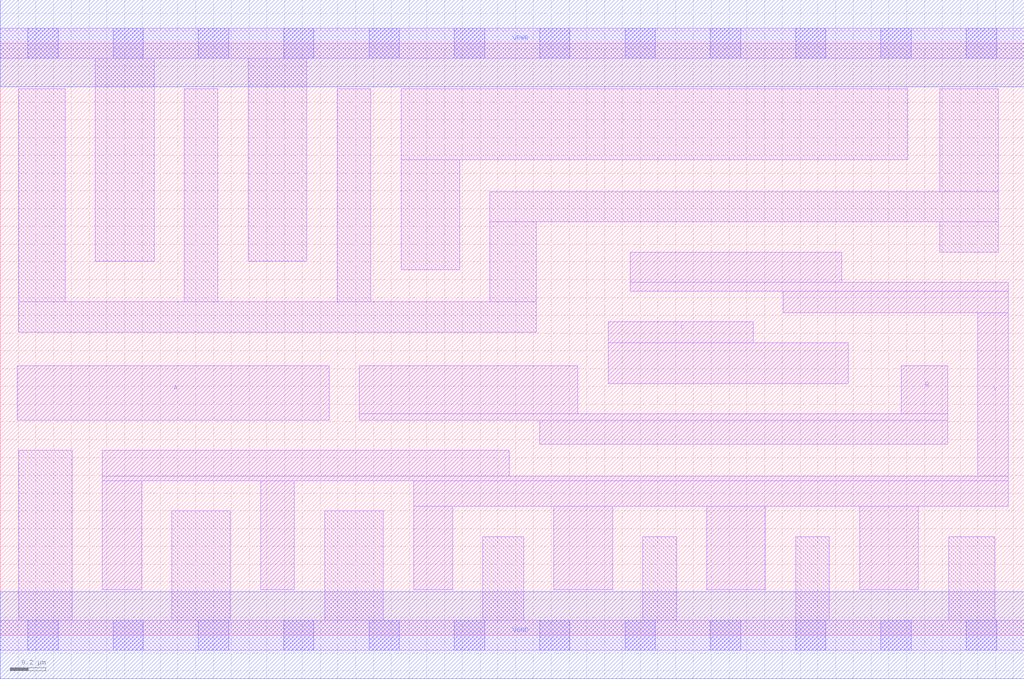
<source format=lef>
# Copyright 2020 The SkyWater PDK Authors
#
# Licensed under the Apache License, Version 2.0 (the "License");
# you may not use this file except in compliance with the License.
# You may obtain a copy of the License at
#
#     https://www.apache.org/licenses/LICENSE-2.0
#
# Unless required by applicable law or agreed to in writing, software
# distributed under the License is distributed on an "AS IS" BASIS,
# WITHOUT WARRANTIES OR CONDITIONS OF ANY KIND, either express or implied.
# See the License for the specific language governing permissions and
# limitations under the License.
#
# SPDX-License-Identifier: Apache-2.0

VERSION 5.7 ;
  NAMESCASESENSITIVE ON ;
  NOWIREEXTENSIONATPIN ON ;
  DIVIDERCHAR "/" ;
  BUSBITCHARS "[]" ;
UNITS
  DATABASE MICRONS 200 ;
END UNITS
MACRO sky130_fd_sc_lp__nor3_4
  CLASS CORE ;
  SOURCE USER ;
  FOREIGN sky130_fd_sc_lp__nor3_4 ;
  ORIGIN  0.000000  0.000000 ;
  SIZE  5.760000 BY  3.330000 ;
  SYMMETRY X Y R90 ;
  SITE unit ;
  PIN A
    ANTENNAGATEAREA  1.260000 ;
    DIRECTION INPUT ;
    USE SIGNAL ;
    PORT
      LAYER li1 ;
        RECT 0.095000 1.210000 1.850000 1.515000 ;
    END
  END A
  PIN B
    ANTENNAGATEAREA  1.260000 ;
    DIRECTION INPUT ;
    USE SIGNAL ;
    PORT
      LAYER li1 ;
        RECT 2.020000 1.210000 5.330000 1.245000 ;
        RECT 2.020000 1.245000 3.250000 1.515000 ;
        RECT 3.035000 1.075000 5.330000 1.210000 ;
        RECT 5.070000 1.245000 5.330000 1.515000 ;
    END
  END B
  PIN C
    ANTENNAGATEAREA  1.260000 ;
    DIRECTION INPUT ;
    USE SIGNAL ;
    PORT
      LAYER li1 ;
        RECT 3.420000 1.415000 4.770000 1.645000 ;
        RECT 3.420000 1.645000 4.235000 1.765000 ;
    END
  END C
  PIN Y
    ANTENNADIFFAREA  2.116800 ;
    DIRECTION OUTPUT ;
    USE SIGNAL ;
    PORT
      LAYER li1 ;
        RECT 0.575000 0.255000 0.795000 0.870000 ;
        RECT 0.575000 0.870000 5.670000 0.895000 ;
        RECT 0.575000 0.895000 2.865000 1.040000 ;
        RECT 1.465000 0.255000 1.655000 0.870000 ;
        RECT 2.325000 0.255000 2.545000 0.725000 ;
        RECT 2.325000 0.725000 5.670000 0.870000 ;
        RECT 3.115000 0.255000 3.445000 0.725000 ;
        RECT 3.545000 1.935000 5.670000 1.985000 ;
        RECT 3.545000 1.985000 4.735000 2.155000 ;
        RECT 3.975000 0.255000 4.305000 0.725000 ;
        RECT 4.405000 1.815000 5.670000 1.935000 ;
        RECT 4.835000 0.255000 5.165000 0.725000 ;
        RECT 5.500000 0.895000 5.670000 1.815000 ;
    END
  END Y
  PIN VGND
    DIRECTION INOUT ;
    USE GROUND ;
    PORT
      LAYER met1 ;
        RECT 0.000000 -0.245000 5.760000 0.245000 ;
    END
  END VGND
  PIN VPWR
    DIRECTION INOUT ;
    USE POWER ;
    PORT
      LAYER met1 ;
        RECT 0.000000 3.085000 5.760000 3.575000 ;
    END
  END VPWR
  OBS
    LAYER li1 ;
      RECT 0.000000 -0.085000 5.760000 0.085000 ;
      RECT 0.000000  3.245000 5.760000 3.415000 ;
      RECT 0.105000  0.085000 0.405000 1.040000 ;
      RECT 0.105000  1.705000 3.015000 1.875000 ;
      RECT 0.105000  1.875000 0.365000 3.075000 ;
      RECT 0.535000  2.105000 0.865000 3.245000 ;
      RECT 0.965000  0.085000 1.295000 0.700000 ;
      RECT 1.035000  1.875000 1.225000 3.075000 ;
      RECT 1.395000  2.105000 1.725000 3.245000 ;
      RECT 1.825000  0.085000 2.155000 0.700000 ;
      RECT 1.895000  1.875000 2.085000 3.075000 ;
      RECT 2.255000  2.055000 2.585000 2.675000 ;
      RECT 2.255000  2.675000 5.105000 3.075000 ;
      RECT 2.715000  0.085000 2.945000 0.555000 ;
      RECT 2.755000  1.875000 3.015000 2.325000 ;
      RECT 2.755000  2.325000 5.615000 2.495000 ;
      RECT 3.615000  0.085000 3.805000 0.555000 ;
      RECT 4.475000  0.085000 4.665000 0.555000 ;
      RECT 5.285000  2.155000 5.615000 2.325000 ;
      RECT 5.285000  2.495000 5.615000 3.075000 ;
      RECT 5.335000  0.085000 5.595000 0.555000 ;
    LAYER mcon ;
      RECT 0.155000 -0.085000 0.325000 0.085000 ;
      RECT 0.155000  3.245000 0.325000 3.415000 ;
      RECT 0.635000 -0.085000 0.805000 0.085000 ;
      RECT 0.635000  3.245000 0.805000 3.415000 ;
      RECT 1.115000 -0.085000 1.285000 0.085000 ;
      RECT 1.115000  3.245000 1.285000 3.415000 ;
      RECT 1.595000 -0.085000 1.765000 0.085000 ;
      RECT 1.595000  3.245000 1.765000 3.415000 ;
      RECT 2.075000 -0.085000 2.245000 0.085000 ;
      RECT 2.075000  3.245000 2.245000 3.415000 ;
      RECT 2.555000 -0.085000 2.725000 0.085000 ;
      RECT 2.555000  3.245000 2.725000 3.415000 ;
      RECT 3.035000 -0.085000 3.205000 0.085000 ;
      RECT 3.035000  3.245000 3.205000 3.415000 ;
      RECT 3.515000 -0.085000 3.685000 0.085000 ;
      RECT 3.515000  3.245000 3.685000 3.415000 ;
      RECT 3.995000 -0.085000 4.165000 0.085000 ;
      RECT 3.995000  3.245000 4.165000 3.415000 ;
      RECT 4.475000 -0.085000 4.645000 0.085000 ;
      RECT 4.475000  3.245000 4.645000 3.415000 ;
      RECT 4.955000 -0.085000 5.125000 0.085000 ;
      RECT 4.955000  3.245000 5.125000 3.415000 ;
      RECT 5.435000 -0.085000 5.605000 0.085000 ;
      RECT 5.435000  3.245000 5.605000 3.415000 ;
  END
END sky130_fd_sc_lp__nor3_4
END LIBRARY

</source>
